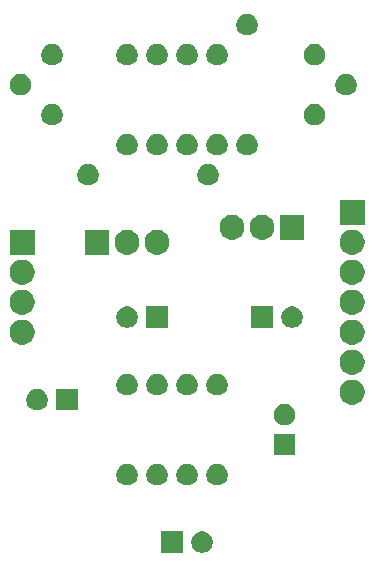
<source format=gts>
G04 #@! TF.GenerationSoftware,KiCad,Pcbnew,(5.0.2)-1*
G04 #@! TF.CreationDate,2019-01-05T13:13:43+08:00*
G04 #@! TF.ProjectId,PSU 4CH,50535520-3443-4482-9e6b-696361645f70,rev?*
G04 #@! TF.SameCoordinates,Original*
G04 #@! TF.FileFunction,Soldermask,Top*
G04 #@! TF.FilePolarity,Negative*
%FSLAX46Y46*%
G04 Gerber Fmt 4.6, Leading zero omitted, Abs format (unit mm)*
G04 Created by KiCad (PCBNEW (5.0.2)-1) date 01/05/19 13:13:43*
%MOMM*%
%LPD*%
G01*
G04 APERTURE LIST*
%ADD10C,0.100000*%
G04 APERTURE END LIST*
D10*
G36*
X126630145Y-81675932D02*
X126795572Y-81744454D01*
X126944457Y-81843936D01*
X127071064Y-81970543D01*
X127170546Y-82119428D01*
X127239068Y-82284855D01*
X127274000Y-82460470D01*
X127274000Y-82639530D01*
X127239068Y-82815145D01*
X127170546Y-82980572D01*
X127071064Y-83129457D01*
X126944457Y-83256064D01*
X126795572Y-83355546D01*
X126630145Y-83424068D01*
X126454530Y-83459000D01*
X126275470Y-83459000D01*
X126099855Y-83424068D01*
X125934428Y-83355546D01*
X125785543Y-83256064D01*
X125658936Y-83129457D01*
X125559454Y-82980572D01*
X125490932Y-82815145D01*
X125456000Y-82639530D01*
X125456000Y-82460470D01*
X125490932Y-82284855D01*
X125559454Y-82119428D01*
X125658936Y-81970543D01*
X125785543Y-81843936D01*
X125934428Y-81744454D01*
X126099855Y-81675932D01*
X126275470Y-81641000D01*
X126454530Y-81641000D01*
X126630145Y-81675932D01*
X126630145Y-81675932D01*
G37*
G36*
X124734000Y-83459000D02*
X122916000Y-83459000D01*
X122916000Y-81641000D01*
X124734000Y-81641000D01*
X124734000Y-83459000D01*
X124734000Y-83459000D01*
G37*
G36*
X120280145Y-75960932D02*
X120445572Y-76029454D01*
X120594457Y-76128936D01*
X120721064Y-76255543D01*
X120820546Y-76404428D01*
X120889068Y-76569855D01*
X120924000Y-76745470D01*
X120924000Y-76924530D01*
X120889068Y-77100145D01*
X120820546Y-77265572D01*
X120721064Y-77414457D01*
X120594457Y-77541064D01*
X120445572Y-77640546D01*
X120280145Y-77709068D01*
X120104530Y-77744000D01*
X119925470Y-77744000D01*
X119749855Y-77709068D01*
X119584428Y-77640546D01*
X119435543Y-77541064D01*
X119308936Y-77414457D01*
X119209454Y-77265572D01*
X119140932Y-77100145D01*
X119106000Y-76924530D01*
X119106000Y-76745470D01*
X119140932Y-76569855D01*
X119209454Y-76404428D01*
X119308936Y-76255543D01*
X119435543Y-76128936D01*
X119584428Y-76029454D01*
X119749855Y-75960932D01*
X119925470Y-75926000D01*
X120104530Y-75926000D01*
X120280145Y-75960932D01*
X120280145Y-75960932D01*
G37*
G36*
X125360145Y-75960932D02*
X125525572Y-76029454D01*
X125674457Y-76128936D01*
X125801064Y-76255543D01*
X125900546Y-76404428D01*
X125969068Y-76569855D01*
X126004000Y-76745470D01*
X126004000Y-76924530D01*
X125969068Y-77100145D01*
X125900546Y-77265572D01*
X125801064Y-77414457D01*
X125674457Y-77541064D01*
X125525572Y-77640546D01*
X125360145Y-77709068D01*
X125184530Y-77744000D01*
X125005470Y-77744000D01*
X124829855Y-77709068D01*
X124664428Y-77640546D01*
X124515543Y-77541064D01*
X124388936Y-77414457D01*
X124289454Y-77265572D01*
X124220932Y-77100145D01*
X124186000Y-76924530D01*
X124186000Y-76745470D01*
X124220932Y-76569855D01*
X124289454Y-76404428D01*
X124388936Y-76255543D01*
X124515543Y-76128936D01*
X124664428Y-76029454D01*
X124829855Y-75960932D01*
X125005470Y-75926000D01*
X125184530Y-75926000D01*
X125360145Y-75960932D01*
X125360145Y-75960932D01*
G37*
G36*
X127900145Y-75960932D02*
X128065572Y-76029454D01*
X128214457Y-76128936D01*
X128341064Y-76255543D01*
X128440546Y-76404428D01*
X128509068Y-76569855D01*
X128544000Y-76745470D01*
X128544000Y-76924530D01*
X128509068Y-77100145D01*
X128440546Y-77265572D01*
X128341064Y-77414457D01*
X128214457Y-77541064D01*
X128065572Y-77640546D01*
X127900145Y-77709068D01*
X127724530Y-77744000D01*
X127545470Y-77744000D01*
X127369855Y-77709068D01*
X127204428Y-77640546D01*
X127055543Y-77541064D01*
X126928936Y-77414457D01*
X126829454Y-77265572D01*
X126760932Y-77100145D01*
X126726000Y-76924530D01*
X126726000Y-76745470D01*
X126760932Y-76569855D01*
X126829454Y-76404428D01*
X126928936Y-76255543D01*
X127055543Y-76128936D01*
X127204428Y-76029454D01*
X127369855Y-75960932D01*
X127545470Y-75926000D01*
X127724530Y-75926000D01*
X127900145Y-75960932D01*
X127900145Y-75960932D01*
G37*
G36*
X122820145Y-75960932D02*
X122985572Y-76029454D01*
X123134457Y-76128936D01*
X123261064Y-76255543D01*
X123360546Y-76404428D01*
X123429068Y-76569855D01*
X123464000Y-76745470D01*
X123464000Y-76924530D01*
X123429068Y-77100145D01*
X123360546Y-77265572D01*
X123261064Y-77414457D01*
X123134457Y-77541064D01*
X122985572Y-77640546D01*
X122820145Y-77709068D01*
X122644530Y-77744000D01*
X122465470Y-77744000D01*
X122289855Y-77709068D01*
X122124428Y-77640546D01*
X121975543Y-77541064D01*
X121848936Y-77414457D01*
X121749454Y-77265572D01*
X121680932Y-77100145D01*
X121646000Y-76924530D01*
X121646000Y-76745470D01*
X121680932Y-76569855D01*
X121749454Y-76404428D01*
X121848936Y-76255543D01*
X121975543Y-76128936D01*
X122124428Y-76029454D01*
X122289855Y-75960932D01*
X122465470Y-75926000D01*
X122644530Y-75926000D01*
X122820145Y-75960932D01*
X122820145Y-75960932D01*
G37*
G36*
X134259000Y-75204000D02*
X132441000Y-75204000D01*
X132441000Y-73386000D01*
X134259000Y-73386000D01*
X134259000Y-75204000D01*
X134259000Y-75204000D01*
G37*
G36*
X133615145Y-70880932D02*
X133780572Y-70949454D01*
X133929457Y-71048936D01*
X134056064Y-71175543D01*
X134155546Y-71324428D01*
X134224068Y-71489855D01*
X134259000Y-71665470D01*
X134259000Y-71844530D01*
X134224068Y-72020145D01*
X134155546Y-72185572D01*
X134056064Y-72334457D01*
X133929457Y-72461064D01*
X133780572Y-72560546D01*
X133615145Y-72629068D01*
X133439530Y-72664000D01*
X133260470Y-72664000D01*
X133084855Y-72629068D01*
X132919428Y-72560546D01*
X132770543Y-72461064D01*
X132643936Y-72334457D01*
X132544454Y-72185572D01*
X132475932Y-72020145D01*
X132441000Y-71844530D01*
X132441000Y-71665470D01*
X132475932Y-71489855D01*
X132544454Y-71324428D01*
X132643936Y-71175543D01*
X132770543Y-71048936D01*
X132919428Y-70949454D01*
X133084855Y-70880932D01*
X133260470Y-70846000D01*
X133439530Y-70846000D01*
X133615145Y-70880932D01*
X133615145Y-70880932D01*
G37*
G36*
X112660145Y-69610932D02*
X112825572Y-69679454D01*
X112974457Y-69778936D01*
X113101064Y-69905543D01*
X113200546Y-70054428D01*
X113269068Y-70219855D01*
X113304000Y-70395470D01*
X113304000Y-70574530D01*
X113269068Y-70750145D01*
X113200546Y-70915572D01*
X113101064Y-71064457D01*
X112974457Y-71191064D01*
X112825572Y-71290546D01*
X112660145Y-71359068D01*
X112484530Y-71394000D01*
X112305470Y-71394000D01*
X112129855Y-71359068D01*
X111964428Y-71290546D01*
X111815543Y-71191064D01*
X111688936Y-71064457D01*
X111589454Y-70915572D01*
X111520932Y-70750145D01*
X111486000Y-70574530D01*
X111486000Y-70395470D01*
X111520932Y-70219855D01*
X111589454Y-70054428D01*
X111688936Y-69905543D01*
X111815543Y-69778936D01*
X111964428Y-69679454D01*
X112129855Y-69610932D01*
X112305470Y-69576000D01*
X112484530Y-69576000D01*
X112660145Y-69610932D01*
X112660145Y-69610932D01*
G37*
G36*
X115844000Y-71394000D02*
X114026000Y-71394000D01*
X114026000Y-69576000D01*
X115844000Y-69576000D01*
X115844000Y-71394000D01*
X115844000Y-71394000D01*
G37*
G36*
X139373896Y-68831696D02*
X139373898Y-68831697D01*
X139373899Y-68831697D01*
X139566625Y-68911526D01*
X139739291Y-69026898D01*
X139740076Y-69027423D01*
X139887577Y-69174924D01*
X139887579Y-69174927D01*
X140003474Y-69348375D01*
X140058054Y-69480145D01*
X140083304Y-69541104D01*
X140124000Y-69745696D01*
X140124000Y-69954304D01*
X140097194Y-70089068D01*
X140083303Y-70158899D01*
X140003474Y-70351625D01*
X139888102Y-70524291D01*
X139887577Y-70525076D01*
X139740076Y-70672577D01*
X139740073Y-70672579D01*
X139566625Y-70788474D01*
X139373899Y-70868303D01*
X139373898Y-70868303D01*
X139373896Y-70868304D01*
X139169304Y-70909000D01*
X138960696Y-70909000D01*
X138756104Y-70868304D01*
X138756102Y-70868303D01*
X138756101Y-70868303D01*
X138563375Y-70788474D01*
X138389927Y-70672579D01*
X138389924Y-70672577D01*
X138242423Y-70525076D01*
X138241898Y-70524291D01*
X138126526Y-70351625D01*
X138046697Y-70158899D01*
X138032807Y-70089068D01*
X138006000Y-69954304D01*
X138006000Y-69745696D01*
X138046696Y-69541104D01*
X138071946Y-69480145D01*
X138126526Y-69348375D01*
X138242421Y-69174927D01*
X138242423Y-69174924D01*
X138389924Y-69027423D01*
X138390709Y-69026898D01*
X138563375Y-68911526D01*
X138756101Y-68831697D01*
X138756102Y-68831697D01*
X138756104Y-68831696D01*
X138960696Y-68791000D01*
X139169304Y-68791000D01*
X139373896Y-68831696D01*
X139373896Y-68831696D01*
G37*
G36*
X120280145Y-68340932D02*
X120445572Y-68409454D01*
X120594457Y-68508936D01*
X120721064Y-68635543D01*
X120820546Y-68784428D01*
X120889068Y-68949855D01*
X120924000Y-69125470D01*
X120924000Y-69304530D01*
X120889068Y-69480145D01*
X120820546Y-69645572D01*
X120721064Y-69794457D01*
X120594457Y-69921064D01*
X120445572Y-70020546D01*
X120280145Y-70089068D01*
X120104530Y-70124000D01*
X119925470Y-70124000D01*
X119749855Y-70089068D01*
X119584428Y-70020546D01*
X119435543Y-69921064D01*
X119308936Y-69794457D01*
X119209454Y-69645572D01*
X119140932Y-69480145D01*
X119106000Y-69304530D01*
X119106000Y-69125470D01*
X119140932Y-68949855D01*
X119209454Y-68784428D01*
X119308936Y-68635543D01*
X119435543Y-68508936D01*
X119584428Y-68409454D01*
X119749855Y-68340932D01*
X119925470Y-68306000D01*
X120104530Y-68306000D01*
X120280145Y-68340932D01*
X120280145Y-68340932D01*
G37*
G36*
X122820145Y-68340932D02*
X122985572Y-68409454D01*
X123134457Y-68508936D01*
X123261064Y-68635543D01*
X123360546Y-68784428D01*
X123429068Y-68949855D01*
X123464000Y-69125470D01*
X123464000Y-69304530D01*
X123429068Y-69480145D01*
X123360546Y-69645572D01*
X123261064Y-69794457D01*
X123134457Y-69921064D01*
X122985572Y-70020546D01*
X122820145Y-70089068D01*
X122644530Y-70124000D01*
X122465470Y-70124000D01*
X122289855Y-70089068D01*
X122124428Y-70020546D01*
X121975543Y-69921064D01*
X121848936Y-69794457D01*
X121749454Y-69645572D01*
X121680932Y-69480145D01*
X121646000Y-69304530D01*
X121646000Y-69125470D01*
X121680932Y-68949855D01*
X121749454Y-68784428D01*
X121848936Y-68635543D01*
X121975543Y-68508936D01*
X122124428Y-68409454D01*
X122289855Y-68340932D01*
X122465470Y-68306000D01*
X122644530Y-68306000D01*
X122820145Y-68340932D01*
X122820145Y-68340932D01*
G37*
G36*
X125360145Y-68340932D02*
X125525572Y-68409454D01*
X125674457Y-68508936D01*
X125801064Y-68635543D01*
X125900546Y-68784428D01*
X125969068Y-68949855D01*
X126004000Y-69125470D01*
X126004000Y-69304530D01*
X125969068Y-69480145D01*
X125900546Y-69645572D01*
X125801064Y-69794457D01*
X125674457Y-69921064D01*
X125525572Y-70020546D01*
X125360145Y-70089068D01*
X125184530Y-70124000D01*
X125005470Y-70124000D01*
X124829855Y-70089068D01*
X124664428Y-70020546D01*
X124515543Y-69921064D01*
X124388936Y-69794457D01*
X124289454Y-69645572D01*
X124220932Y-69480145D01*
X124186000Y-69304530D01*
X124186000Y-69125470D01*
X124220932Y-68949855D01*
X124289454Y-68784428D01*
X124388936Y-68635543D01*
X124515543Y-68508936D01*
X124664428Y-68409454D01*
X124829855Y-68340932D01*
X125005470Y-68306000D01*
X125184530Y-68306000D01*
X125360145Y-68340932D01*
X125360145Y-68340932D01*
G37*
G36*
X127900145Y-68340932D02*
X128065572Y-68409454D01*
X128214457Y-68508936D01*
X128341064Y-68635543D01*
X128440546Y-68784428D01*
X128509068Y-68949855D01*
X128544000Y-69125470D01*
X128544000Y-69304530D01*
X128509068Y-69480145D01*
X128440546Y-69645572D01*
X128341064Y-69794457D01*
X128214457Y-69921064D01*
X128065572Y-70020546D01*
X127900145Y-70089068D01*
X127724530Y-70124000D01*
X127545470Y-70124000D01*
X127369855Y-70089068D01*
X127204428Y-70020546D01*
X127055543Y-69921064D01*
X126928936Y-69794457D01*
X126829454Y-69645572D01*
X126760932Y-69480145D01*
X126726000Y-69304530D01*
X126726000Y-69125470D01*
X126760932Y-68949855D01*
X126829454Y-68784428D01*
X126928936Y-68635543D01*
X127055543Y-68508936D01*
X127204428Y-68409454D01*
X127369855Y-68340932D01*
X127545470Y-68306000D01*
X127724530Y-68306000D01*
X127900145Y-68340932D01*
X127900145Y-68340932D01*
G37*
G36*
X139373896Y-66291696D02*
X139373898Y-66291697D01*
X139373899Y-66291697D01*
X139566625Y-66371526D01*
X139739291Y-66486898D01*
X139740076Y-66487423D01*
X139887577Y-66634924D01*
X139887579Y-66634927D01*
X140003474Y-66808375D01*
X140083303Y-67001101D01*
X140124000Y-67205698D01*
X140124000Y-67414302D01*
X140083303Y-67618899D01*
X140003474Y-67811625D01*
X139888102Y-67984291D01*
X139887577Y-67985076D01*
X139740076Y-68132577D01*
X139740073Y-68132579D01*
X139566625Y-68248474D01*
X139373899Y-68328303D01*
X139373898Y-68328303D01*
X139373896Y-68328304D01*
X139169304Y-68369000D01*
X138960696Y-68369000D01*
X138756104Y-68328304D01*
X138756102Y-68328303D01*
X138756101Y-68328303D01*
X138563375Y-68248474D01*
X138389927Y-68132579D01*
X138389924Y-68132577D01*
X138242423Y-67985076D01*
X138241898Y-67984291D01*
X138126526Y-67811625D01*
X138046697Y-67618899D01*
X138006000Y-67414302D01*
X138006000Y-67205698D01*
X138046697Y-67001101D01*
X138126526Y-66808375D01*
X138242421Y-66634927D01*
X138242423Y-66634924D01*
X138389924Y-66487423D01*
X138390709Y-66486898D01*
X138563375Y-66371526D01*
X138756101Y-66291697D01*
X138756102Y-66291697D01*
X138756104Y-66291696D01*
X138960696Y-66251000D01*
X139169304Y-66251000D01*
X139373896Y-66291696D01*
X139373896Y-66291696D01*
G37*
G36*
X139373896Y-63751696D02*
X139373898Y-63751697D01*
X139373899Y-63751697D01*
X139566625Y-63831526D01*
X139714857Y-63930572D01*
X139740076Y-63947423D01*
X139887577Y-64094924D01*
X139887579Y-64094927D01*
X140003474Y-64268375D01*
X140083303Y-64461101D01*
X140124000Y-64665698D01*
X140124000Y-64874302D01*
X140083303Y-65078899D01*
X140003474Y-65271625D01*
X139888102Y-65444291D01*
X139887577Y-65445076D01*
X139740076Y-65592577D01*
X139740073Y-65592579D01*
X139566625Y-65708474D01*
X139373899Y-65788303D01*
X139373898Y-65788303D01*
X139373896Y-65788304D01*
X139169304Y-65829000D01*
X138960696Y-65829000D01*
X138756104Y-65788304D01*
X138756102Y-65788303D01*
X138756101Y-65788303D01*
X138563375Y-65708474D01*
X138389927Y-65592579D01*
X138389924Y-65592577D01*
X138242423Y-65445076D01*
X138241898Y-65444291D01*
X138126526Y-65271625D01*
X138046697Y-65078899D01*
X138006000Y-64874302D01*
X138006000Y-64665698D01*
X138046697Y-64461101D01*
X138126526Y-64268375D01*
X138242421Y-64094927D01*
X138242423Y-64094924D01*
X138389924Y-63947423D01*
X138415143Y-63930572D01*
X138563375Y-63831526D01*
X138756101Y-63751697D01*
X138756102Y-63751697D01*
X138756104Y-63751696D01*
X138960696Y-63711000D01*
X139169304Y-63711000D01*
X139373896Y-63751696D01*
X139373896Y-63751696D01*
G37*
G36*
X111433896Y-63751696D02*
X111433898Y-63751697D01*
X111433899Y-63751697D01*
X111626625Y-63831526D01*
X111774857Y-63930572D01*
X111800076Y-63947423D01*
X111947577Y-64094924D01*
X111947579Y-64094927D01*
X112063474Y-64268375D01*
X112143303Y-64461101D01*
X112184000Y-64665698D01*
X112184000Y-64874302D01*
X112143303Y-65078899D01*
X112063474Y-65271625D01*
X111948102Y-65444291D01*
X111947577Y-65445076D01*
X111800076Y-65592577D01*
X111800073Y-65592579D01*
X111626625Y-65708474D01*
X111433899Y-65788303D01*
X111433898Y-65788303D01*
X111433896Y-65788304D01*
X111229304Y-65829000D01*
X111020696Y-65829000D01*
X110816104Y-65788304D01*
X110816102Y-65788303D01*
X110816101Y-65788303D01*
X110623375Y-65708474D01*
X110449927Y-65592579D01*
X110449924Y-65592577D01*
X110302423Y-65445076D01*
X110301898Y-65444291D01*
X110186526Y-65271625D01*
X110106697Y-65078899D01*
X110066000Y-64874302D01*
X110066000Y-64665698D01*
X110106697Y-64461101D01*
X110186526Y-64268375D01*
X110302421Y-64094927D01*
X110302423Y-64094924D01*
X110449924Y-63947423D01*
X110475143Y-63930572D01*
X110623375Y-63831526D01*
X110816101Y-63751697D01*
X110816102Y-63751697D01*
X110816104Y-63751696D01*
X111020696Y-63711000D01*
X111229304Y-63711000D01*
X111433896Y-63751696D01*
X111433896Y-63751696D01*
G37*
G36*
X123464000Y-64409000D02*
X121646000Y-64409000D01*
X121646000Y-62591000D01*
X123464000Y-62591000D01*
X123464000Y-64409000D01*
X123464000Y-64409000D01*
G37*
G36*
X120280145Y-62625932D02*
X120445572Y-62694454D01*
X120594457Y-62793936D01*
X120721064Y-62920543D01*
X120820546Y-63069428D01*
X120889068Y-63234855D01*
X120924000Y-63410470D01*
X120924000Y-63589530D01*
X120889068Y-63765145D01*
X120820546Y-63930572D01*
X120721064Y-64079457D01*
X120594457Y-64206064D01*
X120445572Y-64305546D01*
X120280145Y-64374068D01*
X120104530Y-64409000D01*
X119925470Y-64409000D01*
X119749855Y-64374068D01*
X119584428Y-64305546D01*
X119435543Y-64206064D01*
X119308936Y-64079457D01*
X119209454Y-63930572D01*
X119140932Y-63765145D01*
X119106000Y-63589530D01*
X119106000Y-63410470D01*
X119140932Y-63234855D01*
X119209454Y-63069428D01*
X119308936Y-62920543D01*
X119435543Y-62793936D01*
X119584428Y-62694454D01*
X119749855Y-62625932D01*
X119925470Y-62591000D01*
X120104530Y-62591000D01*
X120280145Y-62625932D01*
X120280145Y-62625932D01*
G37*
G36*
X134250145Y-62625932D02*
X134415572Y-62694454D01*
X134564457Y-62793936D01*
X134691064Y-62920543D01*
X134790546Y-63069428D01*
X134859068Y-63234855D01*
X134894000Y-63410470D01*
X134894000Y-63589530D01*
X134859068Y-63765145D01*
X134790546Y-63930572D01*
X134691064Y-64079457D01*
X134564457Y-64206064D01*
X134415572Y-64305546D01*
X134250145Y-64374068D01*
X134074530Y-64409000D01*
X133895470Y-64409000D01*
X133719855Y-64374068D01*
X133554428Y-64305546D01*
X133405543Y-64206064D01*
X133278936Y-64079457D01*
X133179454Y-63930572D01*
X133110932Y-63765145D01*
X133076000Y-63589530D01*
X133076000Y-63410470D01*
X133110932Y-63234855D01*
X133179454Y-63069428D01*
X133278936Y-62920543D01*
X133405543Y-62793936D01*
X133554428Y-62694454D01*
X133719855Y-62625932D01*
X133895470Y-62591000D01*
X134074530Y-62591000D01*
X134250145Y-62625932D01*
X134250145Y-62625932D01*
G37*
G36*
X132354000Y-64409000D02*
X130536000Y-64409000D01*
X130536000Y-62591000D01*
X132354000Y-62591000D01*
X132354000Y-64409000D01*
X132354000Y-64409000D01*
G37*
G36*
X111433896Y-61211696D02*
X111433898Y-61211697D01*
X111433899Y-61211697D01*
X111626625Y-61291526D01*
X111799291Y-61406898D01*
X111800076Y-61407423D01*
X111947577Y-61554924D01*
X111947579Y-61554927D01*
X112063474Y-61728375D01*
X112143303Y-61921101D01*
X112184000Y-62125698D01*
X112184000Y-62334302D01*
X112143303Y-62538899D01*
X112063474Y-62731625D01*
X111948102Y-62904291D01*
X111947577Y-62905076D01*
X111800076Y-63052577D01*
X111800073Y-63052579D01*
X111626625Y-63168474D01*
X111433899Y-63248303D01*
X111433898Y-63248303D01*
X111433896Y-63248304D01*
X111229304Y-63289000D01*
X111020696Y-63289000D01*
X110816104Y-63248304D01*
X110816102Y-63248303D01*
X110816101Y-63248303D01*
X110623375Y-63168474D01*
X110449927Y-63052579D01*
X110449924Y-63052577D01*
X110302423Y-62905076D01*
X110301898Y-62904291D01*
X110186526Y-62731625D01*
X110106697Y-62538899D01*
X110066000Y-62334302D01*
X110066000Y-62125698D01*
X110106697Y-61921101D01*
X110186526Y-61728375D01*
X110302421Y-61554927D01*
X110302423Y-61554924D01*
X110449924Y-61407423D01*
X110450709Y-61406898D01*
X110623375Y-61291526D01*
X110816101Y-61211697D01*
X110816102Y-61211697D01*
X110816104Y-61211696D01*
X111020696Y-61171000D01*
X111229304Y-61171000D01*
X111433896Y-61211696D01*
X111433896Y-61211696D01*
G37*
G36*
X139373896Y-61211696D02*
X139373898Y-61211697D01*
X139373899Y-61211697D01*
X139566625Y-61291526D01*
X139739291Y-61406898D01*
X139740076Y-61407423D01*
X139887577Y-61554924D01*
X139887579Y-61554927D01*
X140003474Y-61728375D01*
X140083303Y-61921101D01*
X140124000Y-62125698D01*
X140124000Y-62334302D01*
X140083303Y-62538899D01*
X140003474Y-62731625D01*
X139888102Y-62904291D01*
X139887577Y-62905076D01*
X139740076Y-63052577D01*
X139740073Y-63052579D01*
X139566625Y-63168474D01*
X139373899Y-63248303D01*
X139373898Y-63248303D01*
X139373896Y-63248304D01*
X139169304Y-63289000D01*
X138960696Y-63289000D01*
X138756104Y-63248304D01*
X138756102Y-63248303D01*
X138756101Y-63248303D01*
X138563375Y-63168474D01*
X138389927Y-63052579D01*
X138389924Y-63052577D01*
X138242423Y-62905076D01*
X138241898Y-62904291D01*
X138126526Y-62731625D01*
X138046697Y-62538899D01*
X138006000Y-62334302D01*
X138006000Y-62125698D01*
X138046697Y-61921101D01*
X138126526Y-61728375D01*
X138242421Y-61554927D01*
X138242423Y-61554924D01*
X138389924Y-61407423D01*
X138390709Y-61406898D01*
X138563375Y-61291526D01*
X138756101Y-61211697D01*
X138756102Y-61211697D01*
X138756104Y-61211696D01*
X138960696Y-61171000D01*
X139169304Y-61171000D01*
X139373896Y-61211696D01*
X139373896Y-61211696D01*
G37*
G36*
X111433896Y-58671696D02*
X111433898Y-58671697D01*
X111433899Y-58671697D01*
X111626625Y-58751526D01*
X111799291Y-58866898D01*
X111800076Y-58867423D01*
X111947577Y-59014924D01*
X111947579Y-59014927D01*
X112063474Y-59188375D01*
X112143303Y-59381101D01*
X112184000Y-59585698D01*
X112184000Y-59794302D01*
X112143303Y-59998899D01*
X112063474Y-60191625D01*
X111948102Y-60364291D01*
X111947577Y-60365076D01*
X111800076Y-60512577D01*
X111800073Y-60512579D01*
X111626625Y-60628474D01*
X111433899Y-60708303D01*
X111433898Y-60708303D01*
X111433896Y-60708304D01*
X111229304Y-60749000D01*
X111020696Y-60749000D01*
X110816104Y-60708304D01*
X110816102Y-60708303D01*
X110816101Y-60708303D01*
X110623375Y-60628474D01*
X110449927Y-60512579D01*
X110449924Y-60512577D01*
X110302423Y-60365076D01*
X110301898Y-60364291D01*
X110186526Y-60191625D01*
X110106697Y-59998899D01*
X110066000Y-59794302D01*
X110066000Y-59585698D01*
X110106697Y-59381101D01*
X110186526Y-59188375D01*
X110302421Y-59014927D01*
X110302423Y-59014924D01*
X110449924Y-58867423D01*
X110450709Y-58866898D01*
X110623375Y-58751526D01*
X110816101Y-58671697D01*
X110816102Y-58671697D01*
X110816104Y-58671696D01*
X111020696Y-58631000D01*
X111229304Y-58631000D01*
X111433896Y-58671696D01*
X111433896Y-58671696D01*
G37*
G36*
X139373896Y-58671696D02*
X139373898Y-58671697D01*
X139373899Y-58671697D01*
X139566625Y-58751526D01*
X139739291Y-58866898D01*
X139740076Y-58867423D01*
X139887577Y-59014924D01*
X139887579Y-59014927D01*
X140003474Y-59188375D01*
X140083303Y-59381101D01*
X140124000Y-59585698D01*
X140124000Y-59794302D01*
X140083303Y-59998899D01*
X140003474Y-60191625D01*
X139888102Y-60364291D01*
X139887577Y-60365076D01*
X139740076Y-60512577D01*
X139740073Y-60512579D01*
X139566625Y-60628474D01*
X139373899Y-60708303D01*
X139373898Y-60708303D01*
X139373896Y-60708304D01*
X139169304Y-60749000D01*
X138960696Y-60749000D01*
X138756104Y-60708304D01*
X138756102Y-60708303D01*
X138756101Y-60708303D01*
X138563375Y-60628474D01*
X138389927Y-60512579D01*
X138389924Y-60512577D01*
X138242423Y-60365076D01*
X138241898Y-60364291D01*
X138126526Y-60191625D01*
X138046697Y-59998899D01*
X138006000Y-59794302D01*
X138006000Y-59585698D01*
X138046697Y-59381101D01*
X138126526Y-59188375D01*
X138242421Y-59014927D01*
X138242423Y-59014924D01*
X138389924Y-58867423D01*
X138390709Y-58866898D01*
X138563375Y-58751526D01*
X138756101Y-58671697D01*
X138756102Y-58671697D01*
X138756104Y-58671696D01*
X138960696Y-58631000D01*
X139169304Y-58631000D01*
X139373896Y-58671696D01*
X139373896Y-58671696D01*
G37*
G36*
X112184000Y-58209000D02*
X110066000Y-58209000D01*
X110066000Y-56091000D01*
X112184000Y-56091000D01*
X112184000Y-58209000D01*
X112184000Y-58209000D01*
G37*
G36*
X139373896Y-56131696D02*
X139373898Y-56131697D01*
X139373899Y-56131697D01*
X139566625Y-56211526D01*
X139739291Y-56326898D01*
X139740076Y-56327423D01*
X139887577Y-56474924D01*
X139887579Y-56474927D01*
X140003474Y-56648375D01*
X140021582Y-56692093D01*
X140083304Y-56841104D01*
X140124000Y-57045696D01*
X140124000Y-57254304D01*
X140084087Y-57454961D01*
X140083303Y-57458899D01*
X140003474Y-57651625D01*
X139893329Y-57816468D01*
X139887577Y-57825076D01*
X139740076Y-57972577D01*
X139740073Y-57972579D01*
X139566625Y-58088474D01*
X139373899Y-58168303D01*
X139373898Y-58168303D01*
X139373896Y-58168304D01*
X139169304Y-58209000D01*
X138960696Y-58209000D01*
X138756104Y-58168304D01*
X138756102Y-58168303D01*
X138756101Y-58168303D01*
X138563375Y-58088474D01*
X138389927Y-57972579D01*
X138389924Y-57972577D01*
X138242423Y-57825076D01*
X138236671Y-57816468D01*
X138126526Y-57651625D01*
X138046697Y-57458899D01*
X138045914Y-57454961D01*
X138006000Y-57254304D01*
X138006000Y-57045696D01*
X138046696Y-56841104D01*
X138108418Y-56692093D01*
X138126526Y-56648375D01*
X138242421Y-56474927D01*
X138242423Y-56474924D01*
X138389924Y-56327423D01*
X138390709Y-56326898D01*
X138563375Y-56211526D01*
X138756101Y-56131697D01*
X138756102Y-56131697D01*
X138756104Y-56131696D01*
X138960696Y-56091000D01*
X139169304Y-56091000D01*
X139373896Y-56131696D01*
X139373896Y-56131696D01*
G37*
G36*
X122859961Y-56144677D02*
X123050229Y-56223489D01*
X123221471Y-56337909D01*
X123367091Y-56483529D01*
X123481511Y-56654771D01*
X123560323Y-56845039D01*
X123600500Y-57047026D01*
X123600500Y-57252974D01*
X123560323Y-57454961D01*
X123481511Y-57645229D01*
X123367091Y-57816471D01*
X123221471Y-57962091D01*
X123050229Y-58076511D01*
X122859961Y-58155323D01*
X122657974Y-58195500D01*
X122452026Y-58195500D01*
X122250039Y-58155323D01*
X122059771Y-58076511D01*
X121888529Y-57962091D01*
X121742909Y-57816471D01*
X121628489Y-57645229D01*
X121549677Y-57454961D01*
X121509500Y-57252974D01*
X121509500Y-57047026D01*
X121549677Y-56845039D01*
X121628489Y-56654771D01*
X121742909Y-56483529D01*
X121888529Y-56337909D01*
X122059771Y-56223489D01*
X122250039Y-56144677D01*
X122452026Y-56104500D01*
X122657974Y-56104500D01*
X122859961Y-56144677D01*
X122859961Y-56144677D01*
G37*
G36*
X120319961Y-56144677D02*
X120510229Y-56223489D01*
X120681471Y-56337909D01*
X120827091Y-56483529D01*
X120941511Y-56654771D01*
X121020323Y-56845039D01*
X121060500Y-57047026D01*
X121060500Y-57252974D01*
X121020323Y-57454961D01*
X120941511Y-57645229D01*
X120827091Y-57816471D01*
X120681471Y-57962091D01*
X120510229Y-58076511D01*
X120319961Y-58155323D01*
X120117974Y-58195500D01*
X119912026Y-58195500D01*
X119710039Y-58155323D01*
X119519771Y-58076511D01*
X119348529Y-57962091D01*
X119202909Y-57816471D01*
X119088489Y-57645229D01*
X119009677Y-57454961D01*
X118969500Y-57252974D01*
X118969500Y-57047026D01*
X119009677Y-56845039D01*
X119088489Y-56654771D01*
X119202909Y-56483529D01*
X119348529Y-56337909D01*
X119519771Y-56223489D01*
X119710039Y-56144677D01*
X119912026Y-56104500D01*
X120117974Y-56104500D01*
X120319961Y-56144677D01*
X120319961Y-56144677D01*
G37*
G36*
X118520500Y-58195500D02*
X116429500Y-58195500D01*
X116429500Y-56104500D01*
X118520500Y-56104500D01*
X118520500Y-58195500D01*
X118520500Y-58195500D01*
G37*
G36*
X135030500Y-56925500D02*
X132939500Y-56925500D01*
X132939500Y-54834500D01*
X135030500Y-54834500D01*
X135030500Y-56925500D01*
X135030500Y-56925500D01*
G37*
G36*
X129209961Y-54874677D02*
X129400229Y-54953489D01*
X129571471Y-55067909D01*
X129717091Y-55213529D01*
X129831511Y-55384771D01*
X129910323Y-55575039D01*
X129950500Y-55777026D01*
X129950500Y-55982974D01*
X129910323Y-56184961D01*
X129831511Y-56375229D01*
X129717091Y-56546471D01*
X129571471Y-56692091D01*
X129400229Y-56806511D01*
X129209961Y-56885323D01*
X129007974Y-56925500D01*
X128802026Y-56925500D01*
X128600039Y-56885323D01*
X128409771Y-56806511D01*
X128238529Y-56692091D01*
X128092909Y-56546471D01*
X127978489Y-56375229D01*
X127899677Y-56184961D01*
X127859500Y-55982974D01*
X127859500Y-55777026D01*
X127899677Y-55575039D01*
X127978489Y-55384771D01*
X128092909Y-55213529D01*
X128238529Y-55067909D01*
X128409771Y-54953489D01*
X128600039Y-54874677D01*
X128802026Y-54834500D01*
X129007974Y-54834500D01*
X129209961Y-54874677D01*
X129209961Y-54874677D01*
G37*
G36*
X131749961Y-54874677D02*
X131940229Y-54953489D01*
X132111471Y-55067909D01*
X132257091Y-55213529D01*
X132371511Y-55384771D01*
X132450323Y-55575039D01*
X132490500Y-55777026D01*
X132490500Y-55982974D01*
X132450323Y-56184961D01*
X132371511Y-56375229D01*
X132257091Y-56546471D01*
X132111471Y-56692091D01*
X131940229Y-56806511D01*
X131749961Y-56885323D01*
X131547974Y-56925500D01*
X131342026Y-56925500D01*
X131140039Y-56885323D01*
X130949771Y-56806511D01*
X130778529Y-56692091D01*
X130632909Y-56546471D01*
X130518489Y-56375229D01*
X130439677Y-56184961D01*
X130399500Y-55982974D01*
X130399500Y-55777026D01*
X130439677Y-55575039D01*
X130518489Y-55384771D01*
X130632909Y-55213529D01*
X130778529Y-55067909D01*
X130949771Y-54953489D01*
X131140039Y-54874677D01*
X131342026Y-54834500D01*
X131547974Y-54834500D01*
X131749961Y-54874677D01*
X131749961Y-54874677D01*
G37*
G36*
X140124000Y-55669000D02*
X138006000Y-55669000D01*
X138006000Y-53551000D01*
X140124000Y-53551000D01*
X140124000Y-55669000D01*
X140124000Y-55669000D01*
G37*
G36*
X116978145Y-50560932D02*
X117143572Y-50629454D01*
X117292457Y-50728936D01*
X117419064Y-50855543D01*
X117518546Y-51004428D01*
X117587068Y-51169855D01*
X117622000Y-51345470D01*
X117622000Y-51524530D01*
X117587068Y-51700145D01*
X117518546Y-51865572D01*
X117419064Y-52014457D01*
X117292457Y-52141064D01*
X117143572Y-52240546D01*
X116978145Y-52309068D01*
X116802530Y-52344000D01*
X116623470Y-52344000D01*
X116447855Y-52309068D01*
X116282428Y-52240546D01*
X116133543Y-52141064D01*
X116006936Y-52014457D01*
X115907454Y-51865572D01*
X115838932Y-51700145D01*
X115804000Y-51524530D01*
X115804000Y-51345470D01*
X115838932Y-51169855D01*
X115907454Y-51004428D01*
X116006936Y-50855543D01*
X116133543Y-50728936D01*
X116282428Y-50629454D01*
X116447855Y-50560932D01*
X116623470Y-50526000D01*
X116802530Y-50526000D01*
X116978145Y-50560932D01*
X116978145Y-50560932D01*
G37*
G36*
X127138145Y-50560932D02*
X127303572Y-50629454D01*
X127452457Y-50728936D01*
X127579064Y-50855543D01*
X127678546Y-51004428D01*
X127747068Y-51169855D01*
X127782000Y-51345470D01*
X127782000Y-51524530D01*
X127747068Y-51700145D01*
X127678546Y-51865572D01*
X127579064Y-52014457D01*
X127452457Y-52141064D01*
X127303572Y-52240546D01*
X127138145Y-52309068D01*
X126962530Y-52344000D01*
X126783470Y-52344000D01*
X126607855Y-52309068D01*
X126442428Y-52240546D01*
X126293543Y-52141064D01*
X126166936Y-52014457D01*
X126067454Y-51865572D01*
X125998932Y-51700145D01*
X125964000Y-51524530D01*
X125964000Y-51345470D01*
X125998932Y-51169855D01*
X126067454Y-51004428D01*
X126166936Y-50855543D01*
X126293543Y-50728936D01*
X126442428Y-50629454D01*
X126607855Y-50560932D01*
X126783470Y-50526000D01*
X126962530Y-50526000D01*
X127138145Y-50560932D01*
X127138145Y-50560932D01*
G37*
G36*
X125360145Y-48020932D02*
X125525572Y-48089454D01*
X125674457Y-48188936D01*
X125801064Y-48315543D01*
X125900546Y-48464428D01*
X125969068Y-48629855D01*
X126004000Y-48805470D01*
X126004000Y-48984530D01*
X125969068Y-49160145D01*
X125900546Y-49325572D01*
X125801064Y-49474457D01*
X125674457Y-49601064D01*
X125525572Y-49700546D01*
X125360145Y-49769068D01*
X125184530Y-49804000D01*
X125005470Y-49804000D01*
X124829855Y-49769068D01*
X124664428Y-49700546D01*
X124515543Y-49601064D01*
X124388936Y-49474457D01*
X124289454Y-49325572D01*
X124220932Y-49160145D01*
X124186000Y-48984530D01*
X124186000Y-48805470D01*
X124220932Y-48629855D01*
X124289454Y-48464428D01*
X124388936Y-48315543D01*
X124515543Y-48188936D01*
X124664428Y-48089454D01*
X124829855Y-48020932D01*
X125005470Y-47986000D01*
X125184530Y-47986000D01*
X125360145Y-48020932D01*
X125360145Y-48020932D01*
G37*
G36*
X120280145Y-48020932D02*
X120445572Y-48089454D01*
X120594457Y-48188936D01*
X120721064Y-48315543D01*
X120820546Y-48464428D01*
X120889068Y-48629855D01*
X120924000Y-48805470D01*
X120924000Y-48984530D01*
X120889068Y-49160145D01*
X120820546Y-49325572D01*
X120721064Y-49474457D01*
X120594457Y-49601064D01*
X120445572Y-49700546D01*
X120280145Y-49769068D01*
X120104530Y-49804000D01*
X119925470Y-49804000D01*
X119749855Y-49769068D01*
X119584428Y-49700546D01*
X119435543Y-49601064D01*
X119308936Y-49474457D01*
X119209454Y-49325572D01*
X119140932Y-49160145D01*
X119106000Y-48984530D01*
X119106000Y-48805470D01*
X119140932Y-48629855D01*
X119209454Y-48464428D01*
X119308936Y-48315543D01*
X119435543Y-48188936D01*
X119584428Y-48089454D01*
X119749855Y-48020932D01*
X119925470Y-47986000D01*
X120104530Y-47986000D01*
X120280145Y-48020932D01*
X120280145Y-48020932D01*
G37*
G36*
X127900145Y-48020932D02*
X128065572Y-48089454D01*
X128214457Y-48188936D01*
X128341064Y-48315543D01*
X128440546Y-48464428D01*
X128509068Y-48629855D01*
X128544000Y-48805470D01*
X128544000Y-48984530D01*
X128509068Y-49160145D01*
X128440546Y-49325572D01*
X128341064Y-49474457D01*
X128214457Y-49601064D01*
X128065572Y-49700546D01*
X127900145Y-49769068D01*
X127724530Y-49804000D01*
X127545470Y-49804000D01*
X127369855Y-49769068D01*
X127204428Y-49700546D01*
X127055543Y-49601064D01*
X126928936Y-49474457D01*
X126829454Y-49325572D01*
X126760932Y-49160145D01*
X126726000Y-48984530D01*
X126726000Y-48805470D01*
X126760932Y-48629855D01*
X126829454Y-48464428D01*
X126928936Y-48315543D01*
X127055543Y-48188936D01*
X127204428Y-48089454D01*
X127369855Y-48020932D01*
X127545470Y-47986000D01*
X127724530Y-47986000D01*
X127900145Y-48020932D01*
X127900145Y-48020932D01*
G37*
G36*
X130440145Y-48020932D02*
X130605572Y-48089454D01*
X130754457Y-48188936D01*
X130881064Y-48315543D01*
X130980546Y-48464428D01*
X131049068Y-48629855D01*
X131084000Y-48805470D01*
X131084000Y-48984530D01*
X131049068Y-49160145D01*
X130980546Y-49325572D01*
X130881064Y-49474457D01*
X130754457Y-49601064D01*
X130605572Y-49700546D01*
X130440145Y-49769068D01*
X130264530Y-49804000D01*
X130085470Y-49804000D01*
X129909855Y-49769068D01*
X129744428Y-49700546D01*
X129595543Y-49601064D01*
X129468936Y-49474457D01*
X129369454Y-49325572D01*
X129300932Y-49160145D01*
X129266000Y-48984530D01*
X129266000Y-48805470D01*
X129300932Y-48629855D01*
X129369454Y-48464428D01*
X129468936Y-48315543D01*
X129595543Y-48188936D01*
X129744428Y-48089454D01*
X129909855Y-48020932D01*
X130085470Y-47986000D01*
X130264530Y-47986000D01*
X130440145Y-48020932D01*
X130440145Y-48020932D01*
G37*
G36*
X122820145Y-48020932D02*
X122985572Y-48089454D01*
X123134457Y-48188936D01*
X123261064Y-48315543D01*
X123360546Y-48464428D01*
X123429068Y-48629855D01*
X123464000Y-48805470D01*
X123464000Y-48984530D01*
X123429068Y-49160145D01*
X123360546Y-49325572D01*
X123261064Y-49474457D01*
X123134457Y-49601064D01*
X122985572Y-49700546D01*
X122820145Y-49769068D01*
X122644530Y-49804000D01*
X122465470Y-49804000D01*
X122289855Y-49769068D01*
X122124428Y-49700546D01*
X121975543Y-49601064D01*
X121848936Y-49474457D01*
X121749454Y-49325572D01*
X121680932Y-49160145D01*
X121646000Y-48984530D01*
X121646000Y-48805470D01*
X121680932Y-48629855D01*
X121749454Y-48464428D01*
X121848936Y-48315543D01*
X121975543Y-48188936D01*
X122124428Y-48089454D01*
X122289855Y-48020932D01*
X122465470Y-47986000D01*
X122644530Y-47986000D01*
X122820145Y-48020932D01*
X122820145Y-48020932D01*
G37*
G36*
X136155145Y-45480932D02*
X136320572Y-45549454D01*
X136469457Y-45648936D01*
X136596064Y-45775543D01*
X136695546Y-45924428D01*
X136764068Y-46089855D01*
X136799000Y-46265470D01*
X136799000Y-46444530D01*
X136764068Y-46620145D01*
X136695546Y-46785572D01*
X136596064Y-46934457D01*
X136469457Y-47061064D01*
X136320572Y-47160546D01*
X136155145Y-47229068D01*
X135979530Y-47264000D01*
X135800470Y-47264000D01*
X135624855Y-47229068D01*
X135459428Y-47160546D01*
X135310543Y-47061064D01*
X135183936Y-46934457D01*
X135084454Y-46785572D01*
X135015932Y-46620145D01*
X134981000Y-46444530D01*
X134981000Y-46265470D01*
X135015932Y-46089855D01*
X135084454Y-45924428D01*
X135183936Y-45775543D01*
X135310543Y-45648936D01*
X135459428Y-45549454D01*
X135624855Y-45480932D01*
X135800470Y-45446000D01*
X135979530Y-45446000D01*
X136155145Y-45480932D01*
X136155145Y-45480932D01*
G37*
G36*
X113930145Y-45480932D02*
X114095572Y-45549454D01*
X114244457Y-45648936D01*
X114371064Y-45775543D01*
X114470546Y-45924428D01*
X114539068Y-46089855D01*
X114574000Y-46265470D01*
X114574000Y-46444530D01*
X114539068Y-46620145D01*
X114470546Y-46785572D01*
X114371064Y-46934457D01*
X114244457Y-47061064D01*
X114095572Y-47160546D01*
X113930145Y-47229068D01*
X113754530Y-47264000D01*
X113575470Y-47264000D01*
X113399855Y-47229068D01*
X113234428Y-47160546D01*
X113085543Y-47061064D01*
X112958936Y-46934457D01*
X112859454Y-46785572D01*
X112790932Y-46620145D01*
X112756000Y-46444530D01*
X112756000Y-46265470D01*
X112790932Y-46089855D01*
X112859454Y-45924428D01*
X112958936Y-45775543D01*
X113085543Y-45648936D01*
X113234428Y-45549454D01*
X113399855Y-45480932D01*
X113575470Y-45446000D01*
X113754530Y-45446000D01*
X113930145Y-45480932D01*
X113930145Y-45480932D01*
G37*
G36*
X138822145Y-42940932D02*
X138987572Y-43009454D01*
X139136457Y-43108936D01*
X139263064Y-43235543D01*
X139362546Y-43384428D01*
X139431068Y-43549855D01*
X139466000Y-43725470D01*
X139466000Y-43904530D01*
X139431068Y-44080145D01*
X139362546Y-44245572D01*
X139263064Y-44394457D01*
X139136457Y-44521064D01*
X138987572Y-44620546D01*
X138822145Y-44689068D01*
X138646530Y-44724000D01*
X138467470Y-44724000D01*
X138291855Y-44689068D01*
X138126428Y-44620546D01*
X137977543Y-44521064D01*
X137850936Y-44394457D01*
X137751454Y-44245572D01*
X137682932Y-44080145D01*
X137648000Y-43904530D01*
X137648000Y-43725470D01*
X137682932Y-43549855D01*
X137751454Y-43384428D01*
X137850936Y-43235543D01*
X137977543Y-43108936D01*
X138126428Y-43009454D01*
X138291855Y-42940932D01*
X138467470Y-42906000D01*
X138646530Y-42906000D01*
X138822145Y-42940932D01*
X138822145Y-42940932D01*
G37*
G36*
X111263145Y-42940932D02*
X111428572Y-43009454D01*
X111577457Y-43108936D01*
X111704064Y-43235543D01*
X111803546Y-43384428D01*
X111872068Y-43549855D01*
X111907000Y-43725470D01*
X111907000Y-43904530D01*
X111872068Y-44080145D01*
X111803546Y-44245572D01*
X111704064Y-44394457D01*
X111577457Y-44521064D01*
X111428572Y-44620546D01*
X111263145Y-44689068D01*
X111087530Y-44724000D01*
X110908470Y-44724000D01*
X110732855Y-44689068D01*
X110567428Y-44620546D01*
X110418543Y-44521064D01*
X110291936Y-44394457D01*
X110192454Y-44245572D01*
X110123932Y-44080145D01*
X110089000Y-43904530D01*
X110089000Y-43725470D01*
X110123932Y-43549855D01*
X110192454Y-43384428D01*
X110291936Y-43235543D01*
X110418543Y-43108936D01*
X110567428Y-43009454D01*
X110732855Y-42940932D01*
X110908470Y-42906000D01*
X111087530Y-42906000D01*
X111263145Y-42940932D01*
X111263145Y-42940932D01*
G37*
G36*
X127900145Y-40400932D02*
X128065572Y-40469454D01*
X128214457Y-40568936D01*
X128341064Y-40695543D01*
X128440546Y-40844428D01*
X128509068Y-41009855D01*
X128544000Y-41185470D01*
X128544000Y-41364530D01*
X128509068Y-41540145D01*
X128440546Y-41705572D01*
X128341064Y-41854457D01*
X128214457Y-41981064D01*
X128065572Y-42080546D01*
X127900145Y-42149068D01*
X127724530Y-42184000D01*
X127545470Y-42184000D01*
X127369855Y-42149068D01*
X127204428Y-42080546D01*
X127055543Y-41981064D01*
X126928936Y-41854457D01*
X126829454Y-41705572D01*
X126760932Y-41540145D01*
X126726000Y-41364530D01*
X126726000Y-41185470D01*
X126760932Y-41009855D01*
X126829454Y-40844428D01*
X126928936Y-40695543D01*
X127055543Y-40568936D01*
X127204428Y-40469454D01*
X127369855Y-40400932D01*
X127545470Y-40366000D01*
X127724530Y-40366000D01*
X127900145Y-40400932D01*
X127900145Y-40400932D01*
G37*
G36*
X125360145Y-40400932D02*
X125525572Y-40469454D01*
X125674457Y-40568936D01*
X125801064Y-40695543D01*
X125900546Y-40844428D01*
X125969068Y-41009855D01*
X126004000Y-41185470D01*
X126004000Y-41364530D01*
X125969068Y-41540145D01*
X125900546Y-41705572D01*
X125801064Y-41854457D01*
X125674457Y-41981064D01*
X125525572Y-42080546D01*
X125360145Y-42149068D01*
X125184530Y-42184000D01*
X125005470Y-42184000D01*
X124829855Y-42149068D01*
X124664428Y-42080546D01*
X124515543Y-41981064D01*
X124388936Y-41854457D01*
X124289454Y-41705572D01*
X124220932Y-41540145D01*
X124186000Y-41364530D01*
X124186000Y-41185470D01*
X124220932Y-41009855D01*
X124289454Y-40844428D01*
X124388936Y-40695543D01*
X124515543Y-40568936D01*
X124664428Y-40469454D01*
X124829855Y-40400932D01*
X125005470Y-40366000D01*
X125184530Y-40366000D01*
X125360145Y-40400932D01*
X125360145Y-40400932D01*
G37*
G36*
X122820145Y-40400932D02*
X122985572Y-40469454D01*
X123134457Y-40568936D01*
X123261064Y-40695543D01*
X123360546Y-40844428D01*
X123429068Y-41009855D01*
X123464000Y-41185470D01*
X123464000Y-41364530D01*
X123429068Y-41540145D01*
X123360546Y-41705572D01*
X123261064Y-41854457D01*
X123134457Y-41981064D01*
X122985572Y-42080546D01*
X122820145Y-42149068D01*
X122644530Y-42184000D01*
X122465470Y-42184000D01*
X122289855Y-42149068D01*
X122124428Y-42080546D01*
X121975543Y-41981064D01*
X121848936Y-41854457D01*
X121749454Y-41705572D01*
X121680932Y-41540145D01*
X121646000Y-41364530D01*
X121646000Y-41185470D01*
X121680932Y-41009855D01*
X121749454Y-40844428D01*
X121848936Y-40695543D01*
X121975543Y-40568936D01*
X122124428Y-40469454D01*
X122289855Y-40400932D01*
X122465470Y-40366000D01*
X122644530Y-40366000D01*
X122820145Y-40400932D01*
X122820145Y-40400932D01*
G37*
G36*
X113930145Y-40400932D02*
X114095572Y-40469454D01*
X114244457Y-40568936D01*
X114371064Y-40695543D01*
X114470546Y-40844428D01*
X114539068Y-41009855D01*
X114574000Y-41185470D01*
X114574000Y-41364530D01*
X114539068Y-41540145D01*
X114470546Y-41705572D01*
X114371064Y-41854457D01*
X114244457Y-41981064D01*
X114095572Y-42080546D01*
X113930145Y-42149068D01*
X113754530Y-42184000D01*
X113575470Y-42184000D01*
X113399855Y-42149068D01*
X113234428Y-42080546D01*
X113085543Y-41981064D01*
X112958936Y-41854457D01*
X112859454Y-41705572D01*
X112790932Y-41540145D01*
X112756000Y-41364530D01*
X112756000Y-41185470D01*
X112790932Y-41009855D01*
X112859454Y-40844428D01*
X112958936Y-40695543D01*
X113085543Y-40568936D01*
X113234428Y-40469454D01*
X113399855Y-40400932D01*
X113575470Y-40366000D01*
X113754530Y-40366000D01*
X113930145Y-40400932D01*
X113930145Y-40400932D01*
G37*
G36*
X136155145Y-40400932D02*
X136320572Y-40469454D01*
X136469457Y-40568936D01*
X136596064Y-40695543D01*
X136695546Y-40844428D01*
X136764068Y-41009855D01*
X136799000Y-41185470D01*
X136799000Y-41364530D01*
X136764068Y-41540145D01*
X136695546Y-41705572D01*
X136596064Y-41854457D01*
X136469457Y-41981064D01*
X136320572Y-42080546D01*
X136155145Y-42149068D01*
X135979530Y-42184000D01*
X135800470Y-42184000D01*
X135624855Y-42149068D01*
X135459428Y-42080546D01*
X135310543Y-41981064D01*
X135183936Y-41854457D01*
X135084454Y-41705572D01*
X135015932Y-41540145D01*
X134981000Y-41364530D01*
X134981000Y-41185470D01*
X135015932Y-41009855D01*
X135084454Y-40844428D01*
X135183936Y-40695543D01*
X135310543Y-40568936D01*
X135459428Y-40469454D01*
X135624855Y-40400932D01*
X135800470Y-40366000D01*
X135979530Y-40366000D01*
X136155145Y-40400932D01*
X136155145Y-40400932D01*
G37*
G36*
X120280145Y-40400932D02*
X120445572Y-40469454D01*
X120594457Y-40568936D01*
X120721064Y-40695543D01*
X120820546Y-40844428D01*
X120889068Y-41009855D01*
X120924000Y-41185470D01*
X120924000Y-41364530D01*
X120889068Y-41540145D01*
X120820546Y-41705572D01*
X120721064Y-41854457D01*
X120594457Y-41981064D01*
X120445572Y-42080546D01*
X120280145Y-42149068D01*
X120104530Y-42184000D01*
X119925470Y-42184000D01*
X119749855Y-42149068D01*
X119584428Y-42080546D01*
X119435543Y-41981064D01*
X119308936Y-41854457D01*
X119209454Y-41705572D01*
X119140932Y-41540145D01*
X119106000Y-41364530D01*
X119106000Y-41185470D01*
X119140932Y-41009855D01*
X119209454Y-40844428D01*
X119308936Y-40695543D01*
X119435543Y-40568936D01*
X119584428Y-40469454D01*
X119749855Y-40400932D01*
X119925470Y-40366000D01*
X120104530Y-40366000D01*
X120280145Y-40400932D01*
X120280145Y-40400932D01*
G37*
G36*
X130440145Y-37860932D02*
X130605572Y-37929454D01*
X130754457Y-38028936D01*
X130881064Y-38155543D01*
X130980546Y-38304428D01*
X131049068Y-38469855D01*
X131084000Y-38645470D01*
X131084000Y-38824530D01*
X131049068Y-39000145D01*
X130980546Y-39165572D01*
X130881064Y-39314457D01*
X130754457Y-39441064D01*
X130605572Y-39540546D01*
X130440145Y-39609068D01*
X130264530Y-39644000D01*
X130085470Y-39644000D01*
X129909855Y-39609068D01*
X129744428Y-39540546D01*
X129595543Y-39441064D01*
X129468936Y-39314457D01*
X129369454Y-39165572D01*
X129300932Y-39000145D01*
X129266000Y-38824530D01*
X129266000Y-38645470D01*
X129300932Y-38469855D01*
X129369454Y-38304428D01*
X129468936Y-38155543D01*
X129595543Y-38028936D01*
X129744428Y-37929454D01*
X129909855Y-37860932D01*
X130085470Y-37826000D01*
X130264530Y-37826000D01*
X130440145Y-37860932D01*
X130440145Y-37860932D01*
G37*
M02*

</source>
